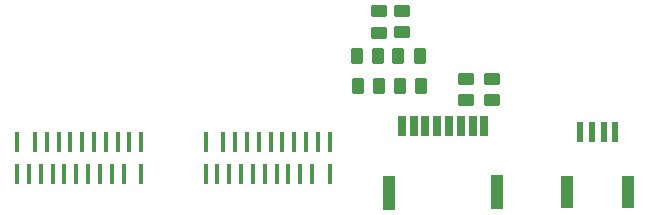
<source format=gbr>
%TF.GenerationSoftware,KiCad,Pcbnew,9.0.4*%
%TF.CreationDate,2025-11-20T16:12:11-08:00*%
%TF.ProjectId,hadron_io_breakouts,68616472-6f6e-45f6-996f-5f627265616b,rev?*%
%TF.SameCoordinates,Original*%
%TF.FileFunction,Paste,Top*%
%TF.FilePolarity,Positive*%
%FSLAX46Y46*%
G04 Gerber Fmt 4.6, Leading zero omitted, Abs format (unit mm)*
G04 Created by KiCad (PCBNEW 9.0.4) date 2025-11-20 16:12:11*
%MOMM*%
%LPD*%
G01*
G04 APERTURE LIST*
G04 Aperture macros list*
%AMRoundRect*
0 Rectangle with rounded corners*
0 $1 Rounding radius*
0 $2 $3 $4 $5 $6 $7 $8 $9 X,Y pos of 4 corners*
0 Add a 4 corners polygon primitive as box body*
4,1,4,$2,$3,$4,$5,$6,$7,$8,$9,$2,$3,0*
0 Add four circle primitives for the rounded corners*
1,1,$1+$1,$2,$3*
1,1,$1+$1,$4,$5*
1,1,$1+$1,$6,$7*
1,1,$1+$1,$8,$9*
0 Add four rect primitives between the rounded corners*
20,1,$1+$1,$2,$3,$4,$5,0*
20,1,$1+$1,$4,$5,$6,$7,0*
20,1,$1+$1,$6,$7,$8,$9,0*
20,1,$1+$1,$8,$9,$2,$3,0*%
G04 Aperture macros list end*
%ADD10R,1.092200X2.895600*%
%ADD11R,0.660400X1.701800*%
%ADD12RoundRect,0.250000X0.450000X-0.262500X0.450000X0.262500X-0.450000X0.262500X-0.450000X-0.262500X0*%
%ADD13RoundRect,0.250000X-0.262500X-0.450000X0.262500X-0.450000X0.262500X0.450000X-0.262500X0.450000X0*%
%ADD14R,0.300000X1.800000*%
%ADD15RoundRect,0.250000X0.262500X0.450000X-0.262500X0.450000X-0.262500X-0.450000X0.262500X-0.450000X0*%
%ADD16R,0.600000X1.700000*%
%ADD17R,1.000000X2.800000*%
G04 APERTURE END LIST*
D10*
%TO.C,J6*%
X74800000Y-37708574D03*
X65600000Y-37733340D03*
D11*
X73700000Y-32100000D03*
X72700000Y-32100000D03*
X71699999Y-32100000D03*
X70700001Y-32100000D03*
X69700000Y-32100000D03*
X68700000Y-32100000D03*
X67700000Y-32100000D03*
X66700000Y-32100000D03*
%TD*%
D12*
%TO.C,R4*%
X74325000Y-29912500D03*
X74325000Y-28087500D03*
%TD*%
%TO.C,R3*%
X72175000Y-29912500D03*
X72175000Y-28087500D03*
%TD*%
D13*
%TO.C,R1*%
X66537500Y-28725000D03*
X68362500Y-28725000D03*
%TD*%
D12*
%TO.C,R7*%
X66700000Y-24137500D03*
X66700000Y-22312500D03*
%TD*%
%TO.C,R8*%
X64750000Y-24187500D03*
X64750000Y-22362500D03*
%TD*%
D14*
%TO.C,J1*%
X43650000Y-33450000D03*
X43150000Y-36150000D03*
X42650000Y-33450000D03*
X42150000Y-36150000D03*
X41650000Y-33450000D03*
X41150000Y-36150000D03*
X40650000Y-33450000D03*
X40150000Y-36150000D03*
X39650000Y-33450000D03*
X39150000Y-36150000D03*
X38650000Y-33450000D03*
X38150000Y-36150000D03*
X37650000Y-33450000D03*
X37150000Y-36150000D03*
X36650000Y-33450000D03*
X36150000Y-36150000D03*
X35650000Y-33450000D03*
X35150000Y-36150000D03*
X44650000Y-33450000D03*
X44650000Y-36150000D03*
X34150000Y-36150000D03*
X34150000Y-33450000D03*
%TD*%
D15*
%TO.C,R5*%
X68250000Y-26150000D03*
X66425000Y-26150000D03*
%TD*%
D16*
%TO.C,J5*%
X81800000Y-32550000D03*
X82800000Y-32550000D03*
X83800000Y-32550000D03*
X84800000Y-32550000D03*
D17*
X80700000Y-37700000D03*
X85900000Y-37700000D03*
%TD*%
D14*
%TO.C,J3*%
X59600000Y-33450000D03*
X59100000Y-36150000D03*
X58600000Y-33450000D03*
X58100000Y-36150000D03*
X57600000Y-33450000D03*
X57100000Y-36150000D03*
X56600000Y-33450000D03*
X56100000Y-36150000D03*
X55600000Y-33450000D03*
X55100000Y-36150000D03*
X54600000Y-33450000D03*
X54100000Y-36150000D03*
X53600000Y-33450000D03*
X53100000Y-36150000D03*
X52600000Y-33450000D03*
X52100000Y-36150000D03*
X51600000Y-33450000D03*
X51100000Y-36150000D03*
X60600000Y-33450000D03*
X60600000Y-36150000D03*
X50100000Y-36150000D03*
X50100000Y-33450000D03*
%TD*%
D13*
%TO.C,R6*%
X62875000Y-26150000D03*
X64700000Y-26150000D03*
%TD*%
D15*
%TO.C,R2*%
X64812500Y-28675000D03*
X62987500Y-28675000D03*
%TD*%
M02*

</source>
